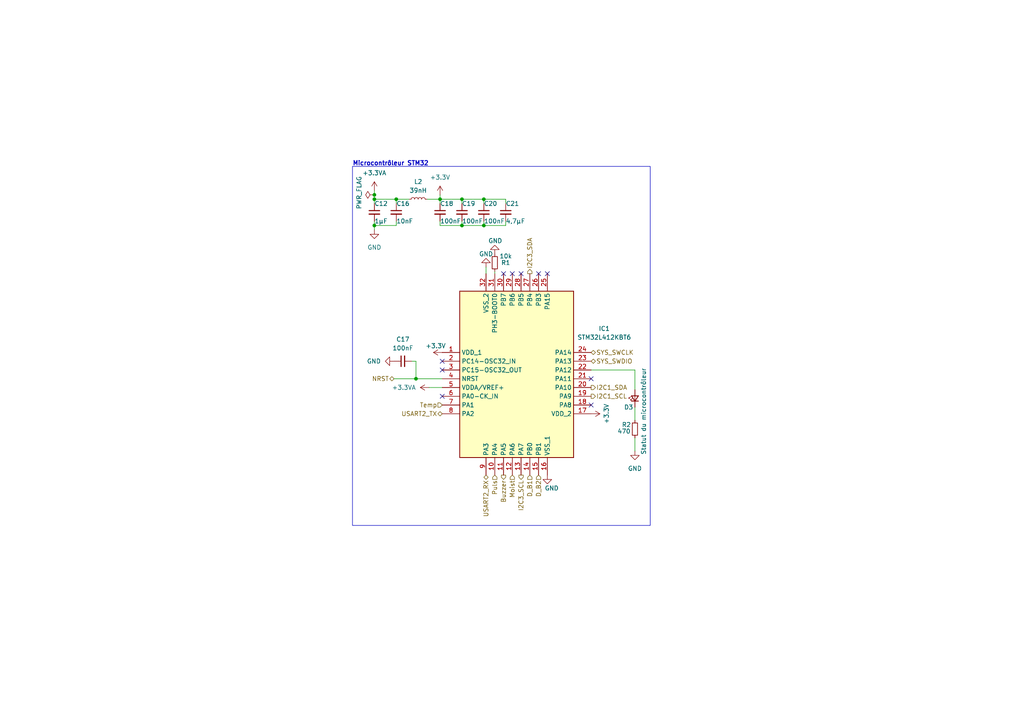
<source format=kicad_sch>
(kicad_sch (version 20230121) (generator eeschema)

  (uuid 4d40a829-63b4-41d1-8215-d14342db7aad)

  (paper "A4")

  (lib_symbols
    (symbol "Device:C_Small" (pin_numbers hide) (pin_names (offset 0.254) hide) (in_bom yes) (on_board yes)
      (property "Reference" "C" (at 0.254 1.778 0)
        (effects (font (size 1.27 1.27)) (justify left))
      )
      (property "Value" "C_Small" (at 0.254 -2.032 0)
        (effects (font (size 1.27 1.27)) (justify left))
      )
      (property "Footprint" "" (at 0 0 0)
        (effects (font (size 1.27 1.27)) hide)
      )
      (property "Datasheet" "~" (at 0 0 0)
        (effects (font (size 1.27 1.27)) hide)
      )
      (property "ki_keywords" "capacitor cap" (at 0 0 0)
        (effects (font (size 1.27 1.27)) hide)
      )
      (property "ki_description" "Unpolarized capacitor, small symbol" (at 0 0 0)
        (effects (font (size 1.27 1.27)) hide)
      )
      (property "ki_fp_filters" "C_*" (at 0 0 0)
        (effects (font (size 1.27 1.27)) hide)
      )
      (symbol "C_Small_0_1"
        (polyline
          (pts
            (xy -1.524 -0.508)
            (xy 1.524 -0.508)
          )
          (stroke (width 0.3302) (type default))
          (fill (type none))
        )
        (polyline
          (pts
            (xy -1.524 0.508)
            (xy 1.524 0.508)
          )
          (stroke (width 0.3048) (type default))
          (fill (type none))
        )
      )
      (symbol "C_Small_1_1"
        (pin passive line (at 0 2.54 270) (length 2.032)
          (name "~" (effects (font (size 1.27 1.27))))
          (number "1" (effects (font (size 1.27 1.27))))
        )
        (pin passive line (at 0 -2.54 90) (length 2.032)
          (name "~" (effects (font (size 1.27 1.27))))
          (number "2" (effects (font (size 1.27 1.27))))
        )
      )
    )
    (symbol "Device:LED_Small" (pin_numbers hide) (pin_names (offset 0.254) hide) (in_bom yes) (on_board yes)
      (property "Reference" "D" (at -1.27 3.175 0)
        (effects (font (size 1.27 1.27)) (justify left))
      )
      (property "Value" "LED_Small" (at -4.445 -2.54 0)
        (effects (font (size 1.27 1.27)) (justify left))
      )
      (property "Footprint" "" (at 0 0 90)
        (effects (font (size 1.27 1.27)) hide)
      )
      (property "Datasheet" "~" (at 0 0 90)
        (effects (font (size 1.27 1.27)) hide)
      )
      (property "ki_keywords" "LED diode light-emitting-diode" (at 0 0 0)
        (effects (font (size 1.27 1.27)) hide)
      )
      (property "ki_description" "Light emitting diode, small symbol" (at 0 0 0)
        (effects (font (size 1.27 1.27)) hide)
      )
      (property "ki_fp_filters" "LED* LED_SMD:* LED_THT:*" (at 0 0 0)
        (effects (font (size 1.27 1.27)) hide)
      )
      (symbol "LED_Small_0_1"
        (polyline
          (pts
            (xy -0.762 -1.016)
            (xy -0.762 1.016)
          )
          (stroke (width 0.254) (type default))
          (fill (type none))
        )
        (polyline
          (pts
            (xy 1.016 0)
            (xy -0.762 0)
          )
          (stroke (width 0) (type default))
          (fill (type none))
        )
        (polyline
          (pts
            (xy 0.762 -1.016)
            (xy -0.762 0)
            (xy 0.762 1.016)
            (xy 0.762 -1.016)
          )
          (stroke (width 0.254) (type default))
          (fill (type none))
        )
        (polyline
          (pts
            (xy 0 0.762)
            (xy -0.508 1.27)
            (xy -0.254 1.27)
            (xy -0.508 1.27)
            (xy -0.508 1.016)
          )
          (stroke (width 0) (type default))
          (fill (type none))
        )
        (polyline
          (pts
            (xy 0.508 1.27)
            (xy 0 1.778)
            (xy 0.254 1.778)
            (xy 0 1.778)
            (xy 0 1.524)
          )
          (stroke (width 0) (type default))
          (fill (type none))
        )
      )
      (symbol "LED_Small_1_1"
        (pin passive line (at -2.54 0 0) (length 1.778)
          (name "K" (effects (font (size 1.27 1.27))))
          (number "1" (effects (font (size 1.27 1.27))))
        )
        (pin passive line (at 2.54 0 180) (length 1.778)
          (name "A" (effects (font (size 1.27 1.27))))
          (number "2" (effects (font (size 1.27 1.27))))
        )
      )
    )
    (symbol "Device:L_Small" (pin_numbers hide) (pin_names (offset 0.254) hide) (in_bom yes) (on_board yes)
      (property "Reference" "L" (at 0.762 1.016 0)
        (effects (font (size 1.27 1.27)) (justify left))
      )
      (property "Value" "L_Small" (at 0.762 -1.016 0)
        (effects (font (size 1.27 1.27)) (justify left))
      )
      (property "Footprint" "" (at 0 0 0)
        (effects (font (size 1.27 1.27)) hide)
      )
      (property "Datasheet" "~" (at 0 0 0)
        (effects (font (size 1.27 1.27)) hide)
      )
      (property "ki_keywords" "inductor choke coil reactor magnetic" (at 0 0 0)
        (effects (font (size 1.27 1.27)) hide)
      )
      (property "ki_description" "Inductor, small symbol" (at 0 0 0)
        (effects (font (size 1.27 1.27)) hide)
      )
      (property "ki_fp_filters" "Choke_* *Coil* Inductor_* L_*" (at 0 0 0)
        (effects (font (size 1.27 1.27)) hide)
      )
      (symbol "L_Small_0_1"
        (arc (start 0 -2.032) (mid 0.5058 -1.524) (end 0 -1.016)
          (stroke (width 0) (type default))
          (fill (type none))
        )
        (arc (start 0 -1.016) (mid 0.5058 -0.508) (end 0 0)
          (stroke (width 0) (type default))
          (fill (type none))
        )
        (arc (start 0 0) (mid 0.5058 0.508) (end 0 1.016)
          (stroke (width 0) (type default))
          (fill (type none))
        )
        (arc (start 0 1.016) (mid 0.5058 1.524) (end 0 2.032)
          (stroke (width 0) (type default))
          (fill (type none))
        )
      )
      (symbol "L_Small_1_1"
        (pin passive line (at 0 2.54 270) (length 0.508)
          (name "~" (effects (font (size 1.27 1.27))))
          (number "1" (effects (font (size 1.27 1.27))))
        )
        (pin passive line (at 0 -2.54 90) (length 0.508)
          (name "~" (effects (font (size 1.27 1.27))))
          (number "2" (effects (font (size 1.27 1.27))))
        )
      )
    )
    (symbol "Device:R_Small" (pin_numbers hide) (pin_names (offset 0.254) hide) (in_bom yes) (on_board yes)
      (property "Reference" "R" (at 0.762 0.508 0)
        (effects (font (size 1.27 1.27)) (justify left))
      )
      (property "Value" "R_Small" (at 0.762 -1.016 0)
        (effects (font (size 1.27 1.27)) (justify left))
      )
      (property "Footprint" "" (at 0 0 0)
        (effects (font (size 1.27 1.27)) hide)
      )
      (property "Datasheet" "~" (at 0 0 0)
        (effects (font (size 1.27 1.27)) hide)
      )
      (property "ki_keywords" "R resistor" (at 0 0 0)
        (effects (font (size 1.27 1.27)) hide)
      )
      (property "ki_description" "Resistor, small symbol" (at 0 0 0)
        (effects (font (size 1.27 1.27)) hide)
      )
      (property "ki_fp_filters" "R_*" (at 0 0 0)
        (effects (font (size 1.27 1.27)) hide)
      )
      (symbol "R_Small_0_1"
        (rectangle (start -0.762 1.778) (end 0.762 -1.778)
          (stroke (width 0.2032) (type default))
          (fill (type none))
        )
      )
      (symbol "R_Small_1_1"
        (pin passive line (at 0 2.54 270) (length 0.762)
          (name "~" (effects (font (size 1.27 1.27))))
          (number "1" (effects (font (size 1.27 1.27))))
        )
        (pin passive line (at 0 -2.54 90) (length 0.762)
          (name "~" (effects (font (size 1.27 1.27))))
          (number "2" (effects (font (size 1.27 1.27))))
        )
      )
    )
    (symbol "STM32L412KBT6_1" (in_bom yes) (on_board yes)
      (property "Reference" "IC" (at 39.37 22.86 0)
        (effects (font (size 1.27 1.27)) (justify left top))
      )
      (property "Value" "STM32L412KBT6" (at 39.37 20.32 0)
        (effects (font (size 1.27 1.27)) (justify left top))
      )
      (property "Footprint" "QFP80P900X900X160-32N" (at 39.37 -79.68 0)
        (effects (font (size 1.27 1.27)) (justify left top) hide)
      )
      (property "Datasheet" "" (at 39.37 -179.68 0)
        (effects (font (size 1.27 1.27)) (justify left top) hide)
      )
      (property "Height" "1.6" (at 39.37 -379.68 0)
        (effects (font (size 1.27 1.27)) (justify left top) hide)
      )
      (property "Mouser Part Number" "511-STM32L412KBT6" (at 39.37 -479.68 0)
        (effects (font (size 1.27 1.27)) (justify left top) hide)
      )
      (property "Mouser Price/Stock" "https://www.mouser.co.uk/ProductDetail/STMicroelectronics/STM32L412KBT6?qs=%252BEew9%252B0nqrD6o08jV%2F00TA%3D%3D" (at 39.37 -579.68 0)
        (effects (font (size 1.27 1.27)) (justify left top) hide)
      )
      (property "Manufacturer_Name" "STMicroelectronics" (at 39.37 -679.68 0)
        (effects (font (size 1.27 1.27)) (justify left top) hide)
      )
      (property "Manufacturer_Part_Number" "STM32L412KBT6" (at 39.37 -779.68 0)
        (effects (font (size 1.27 1.27)) (justify left top) hide)
      )
      (property "ki_description" "ARM Microcontrollers - MCU Ultra-low-power Arm Cortex -M4 32-bit MCU+FPU, 100DMIPS up to 128KB Flash, 40KB SRAM, analog, ext. SMPS" (at 0 0 0)
        (effects (font (size 1.27 1.27)) hide)
      )
      (symbol "STM32L412KBT6_1_1_1"
        (rectangle (start 5.08 17.78) (end 38.1 -30.48)
          (stroke (width 0.254) (type default))
          (fill (type background))
        )
        (pin power_in line (at 0 0 0) (length 5.08)
          (name "VDD_1" (effects (font (size 1.27 1.27))))
          (number "1" (effects (font (size 1.27 1.27))))
        )
        (pin bidirectional line (at 15.24 -35.56 90) (length 5.08)
          (name "PA4" (effects (font (size 1.27 1.27))))
          (number "10" (effects (font (size 1.27 1.27))))
        )
        (pin bidirectional line (at 17.78 -35.56 90) (length 5.08)
          (name "PA5" (effects (font (size 1.27 1.27))))
          (number "11" (effects (font (size 1.27 1.27))))
        )
        (pin bidirectional line (at 20.32 -35.56 90) (length 5.08)
          (name "PA6" (effects (font (size 1.27 1.27))))
          (number "12" (effects (font (size 1.27 1.27))))
        )
        (pin bidirectional line (at 22.86 -35.56 90) (length 5.08)
          (name "PA7" (effects (font (size 1.27 1.27))))
          (number "13" (effects (font (size 1.27 1.27))))
        )
        (pin bidirectional line (at 25.4 -35.56 90) (length 5.08)
          (name "PB0" (effects (font (size 1.27 1.27))))
          (number "14" (effects (font (size 1.27 1.27))))
        )
        (pin bidirectional line (at 27.94 -35.56 90) (length 5.08)
          (name "PB1" (effects (font (size 1.27 1.27))))
          (number "15" (effects (font (size 1.27 1.27))))
        )
        (pin power_in line (at 30.48 -35.56 90) (length 5.08)
          (name "VSS_1" (effects (font (size 1.27 1.27))))
          (number "16" (effects (font (size 1.27 1.27))))
        )
        (pin power_in line (at 43.18 -17.78 180) (length 5.08)
          (name "VDD_2" (effects (font (size 1.27 1.27))))
          (number "17" (effects (font (size 1.27 1.27))))
        )
        (pin bidirectional line (at 43.18 -15.24 180) (length 5.08)
          (name "PA8" (effects (font (size 1.27 1.27))))
          (number "18" (effects (font (size 1.27 1.27))))
        )
        (pin bidirectional line (at 43.18 -12.7 180) (length 5.08)
          (name "PA9" (effects (font (size 1.27 1.27))))
          (number "19" (effects (font (size 1.27 1.27))))
        )
        (pin bidirectional line (at 0 -2.54 0) (length 5.08)
          (name "PC14-OSC32_IN" (effects (font (size 1.27 1.27))))
          (number "2" (effects (font (size 1.27 1.27))))
        )
        (pin bidirectional line (at 43.18 -10.16 180) (length 5.08)
          (name "PA10" (effects (font (size 1.27 1.27))))
          (number "20" (effects (font (size 1.27 1.27))))
        )
        (pin bidirectional line (at 43.18 -7.62 180) (length 5.08)
          (name "PA11" (effects (font (size 1.27 1.27))))
          (number "21" (effects (font (size 1.27 1.27))))
        )
        (pin bidirectional line (at 43.18 -5.08 180) (length 5.08)
          (name "PA12" (effects (font (size 1.27 1.27))))
          (number "22" (effects (font (size 1.27 1.27))))
        )
        (pin bidirectional line (at 43.18 -2.54 180) (length 5.08)
          (name "PA13" (effects (font (size 1.27 1.27))))
          (number "23" (effects (font (size 1.27 1.27))))
        )
        (pin bidirectional line (at 43.18 0 180) (length 5.08)
          (name "PA14" (effects (font (size 1.27 1.27))))
          (number "24" (effects (font (size 1.27 1.27))))
        )
        (pin bidirectional line (at 30.48 22.86 270) (length 5.08)
          (name "PA15" (effects (font (size 1.27 1.27))))
          (number "25" (effects (font (size 1.27 1.27))))
        )
        (pin bidirectional line (at 27.94 22.86 270) (length 5.08)
          (name "PB3" (effects (font (size 1.27 1.27))))
          (number "26" (effects (font (size 1.27 1.27))))
        )
        (pin bidirectional line (at 25.4 22.86 270) (length 5.08)
          (name "PB4" (effects (font (size 1.27 1.27))))
          (number "27" (effects (font (size 1.27 1.27))))
        )
        (pin bidirectional line (at 22.86 22.86 270) (length 5.08)
          (name "PB5" (effects (font (size 1.27 1.27))))
          (number "28" (effects (font (size 1.27 1.27))))
        )
        (pin bidirectional line (at 20.32 22.86 270) (length 5.08)
          (name "PB6" (effects (font (size 1.27 1.27))))
          (number "29" (effects (font (size 1.27 1.27))))
        )
        (pin bidirectional line (at 0 -5.08 0) (length 5.08)
          (name "PC15-OSC32_OUT" (effects (font (size 1.27 1.27))))
          (number "3" (effects (font (size 1.27 1.27))))
        )
        (pin bidirectional line (at 17.78 22.86 270) (length 5.08)
          (name "PB7" (effects (font (size 1.27 1.27))))
          (number "30" (effects (font (size 1.27 1.27))))
        )
        (pin bidirectional line (at 15.24 22.86 270) (length 5.08)
          (name "PH3-BOOT0" (effects (font (size 1.27 1.27))))
          (number "31" (effects (font (size 1.27 1.27))))
        )
        (pin power_in line (at 12.7 22.86 270) (length 5.08)
          (name "VSS_2" (effects (font (size 1.27 1.27))))
          (number "32" (effects (font (size 1.27 1.27))))
        )
        (pin input line (at 0 -7.62 0) (length 5.08)
          (name "NRST" (effects (font (size 1.27 1.27))))
          (number "4" (effects (font (size 1.27 1.27))))
        )
        (pin power_in line (at 0 -10.16 0) (length 5.08)
          (name "VDDA/VREF+" (effects (font (size 1.27 1.27))))
          (number "5" (effects (font (size 1.27 1.27))))
        )
        (pin bidirectional line (at 0 -12.7 0) (length 5.08)
          (name "PA0-CK_IN" (effects (font (size 1.27 1.27))))
          (number "6" (effects (font (size 1.27 1.27))))
        )
        (pin bidirectional line (at 0 -15.24 0) (length 5.08)
          (name "PA1" (effects (font (size 1.27 1.27))))
          (number "7" (effects (font (size 1.27 1.27))))
        )
        (pin bidirectional line (at 0 -17.78 0) (length 5.08)
          (name "PA2" (effects (font (size 1.27 1.27))))
          (number "8" (effects (font (size 1.27 1.27))))
        )
        (pin bidirectional line (at 12.7 -35.56 90) (length 5.08)
          (name "PA3" (effects (font (size 1.27 1.27))))
          (number "9" (effects (font (size 1.27 1.27))))
        )
      )
    )
    (symbol "power:+3.3V" (power) (pin_names (offset 0)) (in_bom yes) (on_board yes)
      (property "Reference" "#PWR" (at 0 -3.81 0)
        (effects (font (size 1.27 1.27)) hide)
      )
      (property "Value" "+3.3V" (at 0 3.556 0)
        (effects (font (size 1.27 1.27)))
      )
      (property "Footprint" "" (at 0 0 0)
        (effects (font (size 1.27 1.27)) hide)
      )
      (property "Datasheet" "" (at 0 0 0)
        (effects (font (size 1.27 1.27)) hide)
      )
      (property "ki_keywords" "global power" (at 0 0 0)
        (effects (font (size 1.27 1.27)) hide)
      )
      (property "ki_description" "Power symbol creates a global label with name \"+3.3V\"" (at 0 0 0)
        (effects (font (size 1.27 1.27)) hide)
      )
      (symbol "+3.3V_0_1"
        (polyline
          (pts
            (xy -0.762 1.27)
            (xy 0 2.54)
          )
          (stroke (width 0) (type default))
          (fill (type none))
        )
        (polyline
          (pts
            (xy 0 0)
            (xy 0 2.54)
          )
          (stroke (width 0) (type default))
          (fill (type none))
        )
        (polyline
          (pts
            (xy 0 2.54)
            (xy 0.762 1.27)
          )
          (stroke (width 0) (type default))
          (fill (type none))
        )
      )
      (symbol "+3.3V_1_1"
        (pin power_in line (at 0 0 90) (length 0) hide
          (name "+3.3V" (effects (font (size 1.27 1.27))))
          (number "1" (effects (font (size 1.27 1.27))))
        )
      )
    )
    (symbol "power:+3.3VA" (power) (pin_names (offset 0)) (in_bom yes) (on_board yes)
      (property "Reference" "#PWR" (at 0 -3.81 0)
        (effects (font (size 1.27 1.27)) hide)
      )
      (property "Value" "+3.3VA" (at 0 3.556 0)
        (effects (font (size 1.27 1.27)))
      )
      (property "Footprint" "" (at 0 0 0)
        (effects (font (size 1.27 1.27)) hide)
      )
      (property "Datasheet" "" (at 0 0 0)
        (effects (font (size 1.27 1.27)) hide)
      )
      (property "ki_keywords" "global power" (at 0 0 0)
        (effects (font (size 1.27 1.27)) hide)
      )
      (property "ki_description" "Power symbol creates a global label with name \"+3.3VA\"" (at 0 0 0)
        (effects (font (size 1.27 1.27)) hide)
      )
      (symbol "+3.3VA_0_1"
        (polyline
          (pts
            (xy -0.762 1.27)
            (xy 0 2.54)
          )
          (stroke (width 0) (type default))
          (fill (type none))
        )
        (polyline
          (pts
            (xy 0 0)
            (xy 0 2.54)
          )
          (stroke (width 0) (type default))
          (fill (type none))
        )
        (polyline
          (pts
            (xy 0 2.54)
            (xy 0.762 1.27)
          )
          (stroke (width 0) (type default))
          (fill (type none))
        )
      )
      (symbol "+3.3VA_1_1"
        (pin power_in line (at 0 0 90) (length 0) hide
          (name "+3.3VA" (effects (font (size 1.27 1.27))))
          (number "1" (effects (font (size 1.27 1.27))))
        )
      )
    )
    (symbol "power:GND" (power) (pin_names (offset 0)) (in_bom yes) (on_board yes)
      (property "Reference" "#PWR" (at 0 -6.35 0)
        (effects (font (size 1.27 1.27)) hide)
      )
      (property "Value" "GND" (at 0 -3.81 0)
        (effects (font (size 1.27 1.27)))
      )
      (property "Footprint" "" (at 0 0 0)
        (effects (font (size 1.27 1.27)) hide)
      )
      (property "Datasheet" "" (at 0 0 0)
        (effects (font (size 1.27 1.27)) hide)
      )
      (property "ki_keywords" "global power" (at 0 0 0)
        (effects (font (size 1.27 1.27)) hide)
      )
      (property "ki_description" "Power symbol creates a global label with name \"GND\" , ground" (at 0 0 0)
        (effects (font (size 1.27 1.27)) hide)
      )
      (symbol "GND_0_1"
        (polyline
          (pts
            (xy 0 0)
            (xy 0 -1.27)
            (xy 1.27 -1.27)
            (xy 0 -2.54)
            (xy -1.27 -1.27)
            (xy 0 -1.27)
          )
          (stroke (width 0) (type default))
          (fill (type none))
        )
      )
      (symbol "GND_1_1"
        (pin power_in line (at 0 0 270) (length 0) hide
          (name "GND" (effects (font (size 1.27 1.27))))
          (number "1" (effects (font (size 1.27 1.27))))
        )
      )
    )
    (symbol "power:PWR_FLAG" (power) (pin_numbers hide) (pin_names (offset 0) hide) (in_bom yes) (on_board yes)
      (property "Reference" "#FLG" (at 0 1.905 0)
        (effects (font (size 1.27 1.27)) hide)
      )
      (property "Value" "PWR_FLAG" (at 0 3.81 0)
        (effects (font (size 1.27 1.27)))
      )
      (property "Footprint" "" (at 0 0 0)
        (effects (font (size 1.27 1.27)) hide)
      )
      (property "Datasheet" "~" (at 0 0 0)
        (effects (font (size 1.27 1.27)) hide)
      )
      (property "ki_keywords" "flag power" (at 0 0 0)
        (effects (font (size 1.27 1.27)) hide)
      )
      (property "ki_description" "Special symbol for telling ERC where power comes from" (at 0 0 0)
        (effects (font (size 1.27 1.27)) hide)
      )
      (symbol "PWR_FLAG_0_0"
        (pin power_out line (at 0 0 90) (length 0)
          (name "pwr" (effects (font (size 1.27 1.27))))
          (number "1" (effects (font (size 1.27 1.27))))
        )
      )
      (symbol "PWR_FLAG_0_1"
        (polyline
          (pts
            (xy 0 0)
            (xy 0 1.27)
            (xy -1.016 1.905)
            (xy 0 2.54)
            (xy 1.016 1.905)
            (xy 0 1.27)
          )
          (stroke (width 0) (type default))
          (fill (type none))
        )
      )
    )
  )

  (junction (at 140.335 57.785) (diameter 0) (color 0 0 0 0)
    (uuid 0af2c2a9-cd81-4ba3-bb42-7662747c3105)
  )
  (junction (at 140.335 65.405) (diameter 0) (color 0 0 0 0)
    (uuid 1b4fff2c-74a6-4242-8803-dbe0e70c268d)
  )
  (junction (at 108.585 57.785) (diameter 0) (color 0 0 0 0)
    (uuid 1f6c1f0d-7a20-4f89-9770-62624daab615)
  )
  (junction (at 133.985 57.785) (diameter 0) (color 0 0 0 0)
    (uuid 28dc9cc1-a229-4cc2-9d72-6cbcb91b0ab5)
  )
  (junction (at 114.935 57.785) (diameter 0) (color 0 0 0 0)
    (uuid 4eafef46-a810-4861-9622-eff717fd27d2)
  )
  (junction (at 108.585 56.515) (diameter 0) (color 0 0 0 0)
    (uuid 6dc8c093-d9c5-4009-8720-e13c3f6f42fe)
  )
  (junction (at 127.635 57.785) (diameter 0) (color 0 0 0 0)
    (uuid 856e96f9-acf7-4b88-b3d6-d889a3464ef4)
  )
  (junction (at 108.585 65.405) (diameter 0) (color 0 0 0 0)
    (uuid ab698a15-b796-4cba-93a6-3a0462835f2f)
  )
  (junction (at 133.985 65.405) (diameter 0) (color 0 0 0 0)
    (uuid dfd2bde3-8d91-4d5f-b9cc-479998e19527)
  )
  (junction (at 120.65 109.855) (diameter 0) (color 0 0 0 0)
    (uuid f3c22c4c-d8a6-472f-8022-6b49651d52db)
  )

  (no_connect (at 156.21 79.375) (uuid 00b80e44-bf30-44f2-ab08-c9ccdf001968))
  (no_connect (at 128.27 104.775) (uuid 0ca7a6ee-9c4e-4e4e-beb8-c55414c236ba))
  (no_connect (at 158.75 79.375) (uuid 206c9867-97e8-4641-909d-0e81fec11cdf))
  (no_connect (at 171.45 117.475) (uuid 4da28b08-1158-42f0-aa00-9cfe7138b357))
  (no_connect (at 128.27 114.935) (uuid 51afbf7c-d9c0-46cb-b28e-16527021c49d))
  (no_connect (at 151.13 79.375) (uuid 526177ef-641e-4874-983b-23ac2feede7d))
  (no_connect (at 128.27 107.315) (uuid b4487605-22b7-4094-9d14-462bbeb714cc))
  (no_connect (at 146.05 79.375) (uuid c4e0a56a-3fb0-4615-9e79-3db6c2b08000))
  (no_connect (at 148.59 79.375) (uuid dcb86dba-eb47-4f40-ba9c-ca9818f25d54))
  (no_connect (at 171.45 109.855) (uuid f062a3d5-3ce2-4aaa-b3e5-1df5c994f3b3))

  (wire (pts (xy 108.585 56.515) (xy 108.585 57.785))
    (stroke (width 0) (type default))
    (uuid 06dca4eb-8ff1-41a7-90ad-dc3c5311a453)
  )
  (wire (pts (xy 119.38 104.775) (xy 120.65 104.775))
    (stroke (width 0) (type default))
    (uuid 0ed21c87-1527-48b1-928b-158e1977a350)
  )
  (wire (pts (xy 143.51 78.74) (xy 143.51 79.375))
    (stroke (width 0) (type default))
    (uuid 1575103c-0bde-4250-bf8f-a4ccbb34ff69)
  )
  (wire (pts (xy 140.335 57.785) (xy 146.685 57.785))
    (stroke (width 0) (type default))
    (uuid 20594442-e458-4b0f-8655-fe94785bf882)
  )
  (wire (pts (xy 127.635 57.785) (xy 127.635 56.515))
    (stroke (width 0) (type default))
    (uuid 2a99b65b-da94-49d1-bf11-fe429f292732)
  )
  (wire (pts (xy 140.97 77.47) (xy 140.97 79.375))
    (stroke (width 0) (type default))
    (uuid 2ee0124b-0e35-4da6-8c08-1579f0df6fe0)
  )
  (wire (pts (xy 184.15 107.315) (xy 184.15 113.03))
    (stroke (width 0) (type default))
    (uuid 384d6529-3ba8-47cc-81bd-0e0ae1a9336a)
  )
  (wire (pts (xy 108.585 57.785) (xy 108.585 59.055))
    (stroke (width 0) (type default))
    (uuid 3a83a698-bc55-440f-80e7-c854bcf372af)
  )
  (wire (pts (xy 184.15 118.11) (xy 184.15 121.92))
    (stroke (width 0) (type default))
    (uuid 6015903a-44c0-43ee-b45a-eded3c7a43ab)
  )
  (wire (pts (xy 146.685 65.405) (xy 140.335 65.405))
    (stroke (width 0) (type default))
    (uuid 617070a5-77c0-40e3-b0a6-7cee819702bc)
  )
  (wire (pts (xy 146.685 59.055) (xy 146.685 57.785))
    (stroke (width 0) (type default))
    (uuid 62626d72-a07f-4b1c-a678-2aa74658908d)
  )
  (wire (pts (xy 133.985 57.785) (xy 133.985 59.055))
    (stroke (width 0) (type default))
    (uuid 6285264e-3f39-4b5a-91b0-b6ab4abb107e)
  )
  (wire (pts (xy 146.685 64.135) (xy 146.685 65.405))
    (stroke (width 0) (type default))
    (uuid 71b1abcd-12fd-4857-bb39-026baeb78933)
  )
  (wire (pts (xy 124.46 112.395) (xy 128.27 112.395))
    (stroke (width 0) (type default))
    (uuid 7249f6f6-63c8-4243-a8fa-94cbff5e96f0)
  )
  (wire (pts (xy 133.985 57.785) (xy 127.635 57.785))
    (stroke (width 0) (type default))
    (uuid 73139691-81f2-4cdc-85f9-14be8e112235)
  )
  (wire (pts (xy 108.585 55.245) (xy 108.585 56.515))
    (stroke (width 0) (type default))
    (uuid 788532e5-69f0-4b83-85c2-4746c3f3b21d)
  )
  (wire (pts (xy 108.585 65.405) (xy 108.585 66.675))
    (stroke (width 0) (type default))
    (uuid 8387ab8a-6c44-4d8f-b744-3615af4c32ec)
  )
  (wire (pts (xy 140.335 57.785) (xy 133.985 57.785))
    (stroke (width 0) (type default))
    (uuid 861ee806-9a62-4bfd-b3c1-cfb7293042f7)
  )
  (wire (pts (xy 108.585 64.135) (xy 108.585 65.405))
    (stroke (width 0) (type default))
    (uuid 8894d2c0-1462-4dc7-9040-565330d1c990)
  )
  (wire (pts (xy 133.985 65.405) (xy 133.985 64.135))
    (stroke (width 0) (type default))
    (uuid 8b993472-7071-407d-a8a4-85b11a5dff82)
  )
  (wire (pts (xy 140.335 57.785) (xy 140.335 59.055))
    (stroke (width 0) (type default))
    (uuid 8e7b8086-f021-4aa4-b6a4-f49c0839a4b7)
  )
  (wire (pts (xy 133.985 65.405) (xy 140.335 65.405))
    (stroke (width 0) (type default))
    (uuid 926ef838-90a9-4184-984c-169c1498546c)
  )
  (wire (pts (xy 140.335 65.405) (xy 140.335 64.135))
    (stroke (width 0) (type default))
    (uuid 97cc6a69-1122-4080-b612-fa6de8362ad9)
  )
  (wire (pts (xy 114.935 64.135) (xy 114.935 65.405))
    (stroke (width 0) (type default))
    (uuid a7d55d45-781e-4c9f-ad7e-323f04b4a0a8)
  )
  (wire (pts (xy 114.935 57.785) (xy 118.745 57.785))
    (stroke (width 0) (type default))
    (uuid a9a9a55b-0992-41d0-b0b0-967a6d0c9dba)
  )
  (wire (pts (xy 114.935 65.405) (xy 108.585 65.405))
    (stroke (width 0) (type default))
    (uuid abee6c8f-d060-4300-af5f-aa95748cc0f9)
  )
  (wire (pts (xy 114.935 57.785) (xy 114.935 59.055))
    (stroke (width 0) (type default))
    (uuid ac6f79ad-09dd-4093-876c-682ddc4e27c0)
  )
  (wire (pts (xy 120.65 109.855) (xy 128.27 109.855))
    (stroke (width 0) (type default))
    (uuid b8c9cc4c-9c3f-4fdd-8442-7bd6131e1357)
  )
  (wire (pts (xy 123.825 57.785) (xy 127.635 57.785))
    (stroke (width 0) (type default))
    (uuid bf929b76-1f1d-4786-a164-1c9250dada47)
  )
  (wire (pts (xy 184.15 127) (xy 184.15 130.81))
    (stroke (width 0) (type default))
    (uuid d40d3174-7063-4798-89b3-3f955ae5eb6d)
  )
  (wire (pts (xy 127.635 65.405) (xy 127.635 64.135))
    (stroke (width 0) (type default))
    (uuid dbfb639a-6877-4292-b4d1-af250348b4b8)
  )
  (wire (pts (xy 127.635 57.785) (xy 127.635 59.055))
    (stroke (width 0) (type default))
    (uuid e07efdba-0faa-4535-adfb-66b8fe954030)
  )
  (wire (pts (xy 127.635 65.405) (xy 133.985 65.405))
    (stroke (width 0) (type default))
    (uuid e2fcdc8f-e003-4b52-b5a7-b7e1d98de297)
  )
  (wire (pts (xy 171.45 107.315) (xy 184.15 107.315))
    (stroke (width 0) (type default))
    (uuid e482ca80-9092-48d5-a80a-77617ebe2f0c)
  )
  (wire (pts (xy 120.65 104.775) (xy 120.65 109.855))
    (stroke (width 0) (type default))
    (uuid e8099a3a-e5a2-4cb1-a575-97a78710db6d)
  )
  (wire (pts (xy 114.3 109.855) (xy 120.65 109.855))
    (stroke (width 0) (type default))
    (uuid f319c7e4-6f68-42e0-8421-846a196b3605)
  )
  (wire (pts (xy 108.585 57.785) (xy 114.935 57.785))
    (stroke (width 0) (type default))
    (uuid fe07885e-af29-45ab-a0a7-20d48e21922c)
  )

  (rectangle (start 102.235 48.26) (end 188.595 152.4)
    (stroke (width 0) (type default))
    (fill (type none))
    (uuid 199106aa-4aba-4190-996f-e4cb166344b5)
  )

  (text "Microcontrôleur STM32" (at 102.235 48.26 0)
    (effects (font (size 1.27 1.27) (thickness 0.254) bold) (justify left bottom))
    (uuid d32b53c4-4f5c-4b49-b07a-e2a5c1814a02)
  )

  (hierarchical_label "Buzzer" (shape output) (at 146.05 137.795 270) (fields_autoplaced)
    (effects (font (size 1.27 1.27)) (justify right))
    (uuid 067e0d92-9483-4fba-a602-517f3eb78905)
  )
  (hierarchical_label "I2C1_SCL" (shape output) (at 171.45 114.935 0) (fields_autoplaced)
    (effects (font (size 1.27 1.27)) (justify left))
    (uuid 079fcaee-4419-4c64-8af0-6fa50854af21)
  )
  (hierarchical_label "Temp" (shape input) (at 128.27 117.475 180) (fields_autoplaced)
    (effects (font (size 1.27 1.27)) (justify right))
    (uuid 10c6b9d6-ac13-4c17-8642-0e47a4238e1b)
  )
  (hierarchical_label "NRST" (shape bidirectional) (at 114.3 109.855 180) (fields_autoplaced)
    (effects (font (size 1.27 1.27)) (justify right))
    (uuid 22505ddb-bb87-40b4-8aba-a6d57e835f77)
  )
  (hierarchical_label "SYS_SWCLK" (shape bidirectional) (at 171.45 102.235 0) (fields_autoplaced)
    (effects (font (size 1.27 1.27)) (justify left))
    (uuid 45f854cb-3380-4648-b1bc-c4ba6fc7c79d)
  )
  (hierarchical_label "I2C3_SCL" (shape output) (at 151.13 137.795 270) (fields_autoplaced)
    (effects (font (size 1.27 1.27)) (justify right))
    (uuid 6250c144-504b-48b4-aaa7-bcd9a33d50e0)
  )
  (hierarchical_label "SYS_SWDIO" (shape bidirectional) (at 171.45 104.775 0) (fields_autoplaced)
    (effects (font (size 1.27 1.27)) (justify left))
    (uuid 6afb4de9-e243-4faf-8279-f3a8e3060542)
  )
  (hierarchical_label "D_B2" (shape input) (at 156.21 137.795 270) (fields_autoplaced)
    (effects (font (size 1.27 1.27)) (justify right))
    (uuid 80745665-1e87-4bad-bd62-7759dbcff9f4)
  )
  (hierarchical_label "D_B1" (shape input) (at 153.67 137.795 270) (fields_autoplaced)
    (effects (font (size 1.27 1.27)) (justify right))
    (uuid 90ca7ec1-8577-4143-a132-3c911f0bb57f)
  )
  (hierarchical_label "USART2_RX" (shape bidirectional) (at 140.97 137.795 270) (fields_autoplaced)
    (effects (font (size 1.27 1.27)) (justify right))
    (uuid b3628fc9-cba9-4805-aa16-a645c89499d8)
  )
  (hierarchical_label "Moist" (shape input) (at 148.59 137.795 270) (fields_autoplaced)
    (effects (font (size 1.27 1.27)) (justify right))
    (uuid c2612cff-91e2-47b2-9e07-5b684410c3f3)
  )
  (hierarchical_label "USART2_TX" (shape bidirectional) (at 128.27 120.015 180) (fields_autoplaced)
    (effects (font (size 1.27 1.27)) (justify right))
    (uuid cc85c0e2-da90-4291-91a2-e2656592c566)
  )
  (hierarchical_label "I2C3_SDA" (shape output) (at 153.67 79.375 90) (fields_autoplaced)
    (effects (font (size 1.27 1.27)) (justify left))
    (uuid d70b706b-cfc5-4b29-831b-9ce23b21292a)
  )
  (hierarchical_label "I2C1_SDA" (shape output) (at 171.45 112.395 0) (fields_autoplaced)
    (effects (font (size 1.27 1.27)) (justify left))
    (uuid e0cca89c-8d54-4b9b-8913-0b9cb4505f7b)
  )
  (hierarchical_label "Puls" (shape input) (at 143.51 137.795 270) (fields_autoplaced)
    (effects (font (size 1.27 1.27)) (justify right))
    (uuid fa92202c-4384-4968-97df-83076ad399dd)
  )

  (symbol (lib_id "Device:C_Small") (at 116.84 104.775 90) (unit 1)
    (in_bom yes) (on_board yes) (dnp no) (fields_autoplaced)
    (uuid 02869473-c66e-424e-a251-d24976121f2f)
    (property "Reference" "C17" (at 116.8463 98.425 90)
      (effects (font (size 1.27 1.27)))
    )
    (property "Value" "100nF" (at 116.8463 100.965 90)
      (effects (font (size 1.27 1.27)))
    )
    (property "Footprint" "Capacitor_SMD:C_0603_1608Metric_Pad1.08x0.95mm_HandSolder" (at 116.84 104.775 0)
      (effects (font (size 1.27 1.27)) hide)
    )
    (property "Datasheet" "~" (at 116.84 104.775 0)
      (effects (font (size 1.27 1.27)) hide)
    )
    (pin "1" (uuid c036cf28-976e-4d59-8049-527a0d33bf08))
    (pin "2" (uuid e8ae4588-6d8f-473b-84f1-80b93720d5ae))
    (instances
      (project "Projet_PAZ"
        (path "/2ce892fe-c082-4bae-b2dd-3c3e6d69cf95/f29a6b29-c209-4f43-a9e3-127a220aa868"
          (reference "C17") (unit 1)
        )
      )
    )
  )

  (symbol (lib_id "Device:R_Small") (at 143.51 76.2 0) (unit 1)
    (in_bom yes) (on_board yes) (dnp no)
    (uuid 09fd1c32-f1c0-4e2b-889a-27fba8ae038a)
    (property "Reference" "R1" (at 146.685 76.2 0)
      (effects (font (size 1.27 1.27)))
    )
    (property "Value" "10k" (at 146.685 74.295 0)
      (effects (font (size 1.27 1.27)))
    )
    (property "Footprint" "Resistor_SMD:R_0603_1608Metric_Pad0.98x0.95mm_HandSolder" (at 143.51 76.2 0)
      (effects (font (size 1.27 1.27)) hide)
    )
    (property "Datasheet" "~" (at 143.51 76.2 0)
      (effects (font (size 1.27 1.27)) hide)
    )
    (pin "1" (uuid 7447c3b5-7067-403f-a141-2e1e93684728))
    (pin "2" (uuid 4597aa43-027d-417b-808f-b7b1c0fc8e16))
    (instances
      (project "Projet_PAZ"
        (path "/2ce892fe-c082-4bae-b2dd-3c3e6d69cf95/f29a6b29-c209-4f43-a9e3-127a220aa868"
          (reference "R1") (unit 1)
        )
      )
    )
  )

  (symbol (lib_id "power:GND") (at 158.75 137.795 0) (unit 1)
    (in_bom yes) (on_board yes) (dnp no)
    (uuid 1bcd7ff3-378b-4077-a2e6-a702078abab7)
    (property "Reference" "#PWR048" (at 158.75 144.145 0)
      (effects (font (size 1.27 1.27)) hide)
    )
    (property "Value" "GND" (at 160.02 141.605 0)
      (effects (font (size 1.27 1.27)))
    )
    (property "Footprint" "" (at 158.75 137.795 0)
      (effects (font (size 1.27 1.27)) hide)
    )
    (property "Datasheet" "" (at 158.75 137.795 0)
      (effects (font (size 1.27 1.27)) hide)
    )
    (pin "1" (uuid 0ad68711-561a-4b37-8c4c-d693043b7648))
    (instances
      (project "Projet_PAZ"
        (path "/2ce892fe-c082-4bae-b2dd-3c3e6d69cf95/f29a6b29-c209-4f43-a9e3-127a220aa868"
          (reference "#PWR048") (unit 1)
        )
      )
    )
  )

  (symbol (lib_id "Device:R_Small") (at 184.15 124.46 0) (unit 1)
    (in_bom yes) (on_board yes) (dnp no)
    (uuid 2a5fa37b-3aee-42f3-8d0b-651afa9d69e1)
    (property "Reference" "R2" (at 180.34 123.19 0)
      (effects (font (size 1.27 1.27)) (justify left))
    )
    (property "Value" "470" (at 179.07 125.095 0)
      (effects (font (size 1.27 1.27)) (justify left))
    )
    (property "Footprint" "Resistor_SMD:R_0603_1608Metric_Pad0.98x0.95mm_HandSolder" (at 184.15 124.46 0)
      (effects (font (size 1.27 1.27)) hide)
    )
    (property "Datasheet" "~" (at 184.15 124.46 0)
      (effects (font (size 1.27 1.27)) hide)
    )
    (pin "2" (uuid dedbbc43-42d0-474f-9c59-4ecf9d4bf07c))
    (pin "1" (uuid 72f81580-1820-4379-b9b3-eb805a142d7c))
    (instances
      (project "Projet_PAZ"
        (path "/2ce892fe-c082-4bae-b2dd-3c3e6d69cf95/f29a6b29-c209-4f43-a9e3-127a220aa868"
          (reference "R2") (unit 1)
        )
      )
    )
  )

  (symbol (lib_name "STM32L412KBT6_1") (lib_id "STM32L412KBT6:STM32L412KBT6") (at 128.27 102.235 0) (unit 1)
    (in_bom yes) (on_board yes) (dnp no) (fields_autoplaced)
    (uuid 391d852f-5a4b-4205-8842-babc046205a3)
    (property "Reference" "IC1" (at 175.26 95.3069 0)
      (effects (font (size 1.27 1.27)))
    )
    (property "Value" "STM32L412KBT6" (at 175.26 97.8469 0)
      (effects (font (size 1.27 1.27)))
    )
    (property "Footprint" "MesEmpreintes:QFP80P900X900X160-32N" (at 167.64 181.915 0)
      (effects (font (size 1.27 1.27)) (justify left top) hide)
    )
    (property "Datasheet" "" (at 167.64 281.915 0)
      (effects (font (size 1.27 1.27)) (justify left top) hide)
    )
    (property "Height" "1.6" (at 167.64 481.915 0)
      (effects (font (size 1.27 1.27)) (justify left top) hide)
    )
    (property "Mouser Part Number" "511-STM32L412KBT6" (at 167.64 581.915 0)
      (effects (font (size 1.27 1.27)) (justify left top) hide)
    )
    (property "Mouser Price/Stock" "https://www.mouser.co.uk/ProductDetail/STMicroelectronics/STM32L412KBT6?qs=%252BEew9%252B0nqrD6o08jV%2F00TA%3D%3D" (at 167.64 681.915 0)
      (effects (font (size 1.27 1.27)) (justify left top) hide)
    )
    (property "Manufacturer_Name" "STMicroelectronics" (at 167.64 781.915 0)
      (effects (font (size 1.27 1.27)) (justify left top) hide)
    )
    (property "Manufacturer_Part_Number" "STM32L412KBT6" (at 167.64 881.915 0)
      (effects (font (size 1.27 1.27)) (justify left top) hide)
    )
    (pin "9" (uuid 03964faf-534e-463b-8f4f-dffbcaca7def))
    (pin "20" (uuid 7dedd3c9-1834-4576-a306-c948cb885414))
    (pin "17" (uuid 74b3d022-c0f2-4e94-8969-31c517a9b438))
    (pin "10" (uuid cecf9ce0-9f89-46eb-b202-de8c15316c14))
    (pin "21" (uuid 8fbf363f-32fe-499d-9138-7bca42dd5630))
    (pin "24" (uuid 64419472-f94a-42c4-8ff4-aded517f0414))
    (pin "26" (uuid 237f3acc-d9ed-47ba-993c-c0bb671b9d41))
    (pin "3" (uuid b7227b4d-3198-4264-bd3d-e65fd99525ce))
    (pin "2" (uuid cf5457da-2505-483d-b068-8dba882416c1))
    (pin "5" (uuid 282f1d60-a807-4b39-a1dc-1c9d45813c1b))
    (pin "16" (uuid 6d9ddb56-1c98-4bb9-8f20-6440ffd1cb88))
    (pin "14" (uuid 14731a86-0184-483f-887c-8ce977b8bb74))
    (pin "15" (uuid 7f37cee3-fab0-478c-8ea2-1491e2db8069))
    (pin "28" (uuid 4030b741-19ae-4be2-b04e-bfa8afa845c0))
    (pin "30" (uuid 70546772-d222-4c0f-a706-47c42775d3cb))
    (pin "29" (uuid 417dbe76-d959-4821-b3e6-030120ce4055))
    (pin "7" (uuid 8b2243bc-6ae8-47b4-8f79-231145e4dfb2))
    (pin "31" (uuid e153ecb5-ed9e-4155-a508-a51e9f463bd8))
    (pin "27" (uuid c0491ddc-a650-42ef-b7aa-1a566fa3652c))
    (pin "12" (uuid ec3b92ea-4d87-4b87-abff-efd37f5277d9))
    (pin "11" (uuid b9773441-0042-4047-97d3-ddc5f357a589))
    (pin "18" (uuid 31c7bd05-5fc5-450e-96f9-f41260d94e8b))
    (pin "32" (uuid a683eb0f-5c7e-47b4-a5e7-d0b369324a27))
    (pin "22" (uuid 85bbfb0a-e02d-466a-9c20-89cc334e4baf))
    (pin "19" (uuid 1f7cdf61-40d3-4b43-a646-65d53e548ff3))
    (pin "8" (uuid 3684a262-dea9-44b0-890d-ba2c7fa9fa4d))
    (pin "13" (uuid 52820c21-a431-4716-97f1-a47f265409da))
    (pin "6" (uuid cc97ee8a-dbf4-44bc-9573-6d2d19c3720e))
    (pin "25" (uuid 611404c5-9157-4875-8588-211a9e5e0bbc))
    (pin "4" (uuid c41cb0e5-8490-4f9f-8085-8abbab65d13e))
    (pin "1" (uuid 54f3537e-5e1e-4b43-8bf3-7d4389f05cab))
    (pin "23" (uuid 7006d805-8ad0-4209-a4a7-2455369048fa))
    (instances
      (project "Projet_PAZ"
        (path "/2ce892fe-c082-4bae-b2dd-3c3e6d69cf95/f29a6b29-c209-4f43-a9e3-127a220aa868"
          (reference "IC1") (unit 1)
        )
      )
    )
  )

  (symbol (lib_id "power:GND") (at 140.97 77.47 180) (unit 1)
    (in_bom yes) (on_board yes) (dnp no)
    (uuid 3c6ec832-a2ed-4ee1-9c2c-05df8d6407c6)
    (property "Reference" "#PWR046" (at 140.97 71.12 0)
      (effects (font (size 1.27 1.27)) hide)
    )
    (property "Value" "GND" (at 140.97 73.66 0)
      (effects (font (size 1.27 1.27)))
    )
    (property "Footprint" "" (at 140.97 77.47 0)
      (effects (font (size 1.27 1.27)) hide)
    )
    (property "Datasheet" "" (at 140.97 77.47 0)
      (effects (font (size 1.27 1.27)) hide)
    )
    (pin "1" (uuid ab29e46c-e1e3-4613-8117-13a68f18fe8f))
    (instances
      (project "Projet_PAZ"
        (path "/2ce892fe-c082-4bae-b2dd-3c3e6d69cf95/f29a6b29-c209-4f43-a9e3-127a220aa868"
          (reference "#PWR046") (unit 1)
        )
      )
    )
  )

  (symbol (lib_id "power:+3.3VA") (at 124.46 112.395 90) (unit 1)
    (in_bom yes) (on_board yes) (dnp no) (fields_autoplaced)
    (uuid 471eaf03-75ab-48b8-b663-a21ec30f50bc)
    (property "Reference" "#PWR09" (at 128.27 112.395 0)
      (effects (font (size 1.27 1.27)) hide)
    )
    (property "Value" "+3.3VA" (at 120.65 112.395 90)
      (effects (font (size 1.27 1.27)) (justify left))
    )
    (property "Footprint" "" (at 124.46 112.395 0)
      (effects (font (size 1.27 1.27)) hide)
    )
    (property "Datasheet" "" (at 124.46 112.395 0)
      (effects (font (size 1.27 1.27)) hide)
    )
    (pin "1" (uuid c1fd4035-fa2f-49bf-8c88-0d4ca7f66696))
    (instances
      (project "Projet_PAZ"
        (path "/2ce892fe-c082-4bae-b2dd-3c3e6d69cf95/f29a6b29-c209-4f43-a9e3-127a220aa868"
          (reference "#PWR09") (unit 1)
        )
      )
    )
  )

  (symbol (lib_id "power:GND") (at 143.51 73.66 180) (unit 1)
    (in_bom yes) (on_board yes) (dnp no)
    (uuid 4967159c-1cac-4236-859c-3c604c19a482)
    (property "Reference" "#PWR047" (at 143.51 67.31 0)
      (effects (font (size 1.27 1.27)) hide)
    )
    (property "Value" "GND" (at 141.605 69.85 0)
      (effects (font (size 1.27 1.27)) (justify right))
    )
    (property "Footprint" "" (at 143.51 73.66 0)
      (effects (font (size 1.27 1.27)) hide)
    )
    (property "Datasheet" "" (at 143.51 73.66 0)
      (effects (font (size 1.27 1.27)) hide)
    )
    (pin "1" (uuid cb0919aa-708a-43b7-9bd0-e35716833709))
    (instances
      (project "Projet_PAZ"
        (path "/2ce892fe-c082-4bae-b2dd-3c3e6d69cf95/f29a6b29-c209-4f43-a9e3-127a220aa868"
          (reference "#PWR047") (unit 1)
        )
      )
    )
  )

  (symbol (lib_id "Device:C_Small") (at 146.685 61.595 0) (unit 1)
    (in_bom yes) (on_board yes) (dnp no)
    (uuid 6125291c-e535-4b39-be65-4c8f91f731b1)
    (property "Reference" "C21" (at 146.685 59.055 0)
      (effects (font (size 1.27 1.27)) (justify left))
    )
    (property "Value" "4,7µF" (at 146.685 64.135 0)
      (effects (font (size 1.27 1.27)) (justify left))
    )
    (property "Footprint" "Capacitor_SMD:C_0603_1608Metric_Pad1.08x0.95mm_HandSolder" (at 146.685 61.595 0)
      (effects (font (size 1.27 1.27)) hide)
    )
    (property "Datasheet" "~" (at 146.685 61.595 0)
      (effects (font (size 1.27 1.27)) hide)
    )
    (pin "2" (uuid 030879e6-08b3-4ff2-baf7-755fcf4263a5))
    (pin "1" (uuid bc531681-65ba-477a-b45c-7c0171aaa4c9))
    (instances
      (project "Projet_PAZ"
        (path "/2ce892fe-c082-4bae-b2dd-3c3e6d69cf95/f29a6b29-c209-4f43-a9e3-127a220aa868"
          (reference "C21") (unit 1)
        )
      )
    )
  )

  (symbol (lib_id "power:+3.3V") (at 127.635 56.515 0) (unit 1)
    (in_bom yes) (on_board yes) (dnp no) (fields_autoplaced)
    (uuid 642a4fac-a775-4ee5-aae3-353ab4247978)
    (property "Reference" "#PWR018" (at 127.635 60.325 0)
      (effects (font (size 1.27 1.27)) hide)
    )
    (property "Value" "+3.3V" (at 127.635 51.435 0)
      (effects (font (size 1.27 1.27)))
    )
    (property "Footprint" "" (at 127.635 56.515 0)
      (effects (font (size 1.27 1.27)) hide)
    )
    (property "Datasheet" "" (at 127.635 56.515 0)
      (effects (font (size 1.27 1.27)) hide)
    )
    (pin "1" (uuid 45a85782-7e1e-4df2-9860-1f495a52639f))
    (instances
      (project "Projet_PAZ"
        (path "/2ce892fe-c082-4bae-b2dd-3c3e6d69cf95/f29a6b29-c209-4f43-a9e3-127a220aa868"
          (reference "#PWR018") (unit 1)
        )
      )
    )
  )

  (symbol (lib_id "Device:L_Small") (at 121.285 57.785 90) (unit 1)
    (in_bom yes) (on_board yes) (dnp no) (fields_autoplaced)
    (uuid 65cd42ad-8719-4930-9bc4-0fe2a578904b)
    (property "Reference" "L2" (at 121.285 52.705 90)
      (effects (font (size 1.27 1.27)))
    )
    (property "Value" "39nH" (at 121.285 55.245 90)
      (effects (font (size 1.27 1.27)))
    )
    (property "Footprint" "Inductor_SMD:L_0603_1608Metric_Pad1.05x0.95mm_HandSolder" (at 121.285 57.785 0)
      (effects (font (size 1.27 1.27)) hide)
    )
    (property "Datasheet" "~" (at 121.285 57.785 0)
      (effects (font (size 1.27 1.27)) hide)
    )
    (pin "2" (uuid d2080e9a-d293-4a23-b5fd-d5fba71f2721))
    (pin "1" (uuid ba5139a8-1e37-41cf-b68e-44668528707a))
    (instances
      (project "Projet_PAZ"
        (path "/2ce892fe-c082-4bae-b2dd-3c3e6d69cf95/f29a6b29-c209-4f43-a9e3-127a220aa868"
          (reference "L2") (unit 1)
        )
      )
    )
  )

  (symbol (lib_id "power:+3.3V") (at 128.27 102.235 90) (unit 1)
    (in_bom yes) (on_board yes) (dnp no)
    (uuid 6a72848b-c417-4959-9845-eae3340c3d1d)
    (property "Reference" "#PWR045" (at 132.08 102.235 0)
      (effects (font (size 1.27 1.27)) hide)
    )
    (property "Value" "+3.3V" (at 126.365 100.33 90)
      (effects (font (size 1.27 1.27)))
    )
    (property "Footprint" "" (at 128.27 102.235 0)
      (effects (font (size 1.27 1.27)) hide)
    )
    (property "Datasheet" "" (at 128.27 102.235 0)
      (effects (font (size 1.27 1.27)) hide)
    )
    (pin "1" (uuid a7292dc6-9b1c-4e81-8d0a-44cd6d9c7e81))
    (instances
      (project "Projet_PAZ"
        (path "/2ce892fe-c082-4bae-b2dd-3c3e6d69cf95/f29a6b29-c209-4f43-a9e3-127a220aa868"
          (reference "#PWR045") (unit 1)
        )
      )
    )
  )

  (symbol (lib_id "power:PWR_FLAG") (at 108.585 56.515 90) (unit 1)
    (in_bom yes) (on_board yes) (dnp no)
    (uuid 8059be34-c07b-4d1c-a7ab-f9ce5dd482da)
    (property "Reference" "#FLG04" (at 106.68 56.515 0)
      (effects (font (size 1.27 1.27)) hide)
    )
    (property "Value" "PWR_FLAG" (at 104.14 55.88 0)
      (effects (font (size 1.27 1.27)))
    )
    (property "Footprint" "" (at 108.585 56.515 0)
      (effects (font (size 1.27 1.27)) hide)
    )
    (property "Datasheet" "~" (at 108.585 56.515 0)
      (effects (font (size 1.27 1.27)) hide)
    )
    (pin "1" (uuid 5632351a-6604-4d72-b460-7ab1a903659f))
    (instances
      (project "Projet_PAZ"
        (path "/2ce892fe-c082-4bae-b2dd-3c3e6d69cf95/f29a6b29-c209-4f43-a9e3-127a220aa868"
          (reference "#FLG04") (unit 1)
        )
      )
    )
  )

  (symbol (lib_id "Device:C_Small") (at 108.585 61.595 0) (unit 1)
    (in_bom yes) (on_board yes) (dnp no)
    (uuid 9056ed1b-822d-431f-9d25-37ac5a7a9795)
    (property "Reference" "C12" (at 108.585 59.055 0)
      (effects (font (size 1.27 1.27)) (justify left))
    )
    (property "Value" "1µF" (at 108.585 64.135 0)
      (effects (font (size 1.27 1.27)) (justify left))
    )
    (property "Footprint" "Capacitor_SMD:C_0603_1608Metric_Pad1.08x0.95mm_HandSolder" (at 108.585 61.595 0)
      (effects (font (size 1.27 1.27)) hide)
    )
    (property "Datasheet" "~" (at 108.585 61.595 0)
      (effects (font (size 1.27 1.27)) hide)
    )
    (pin "2" (uuid 5ae4a661-2f39-417a-812d-e9d8e009b84c))
    (pin "1" (uuid b8a270e3-2442-4657-bf0d-c70b95707b2c))
    (instances
      (project "Projet_PAZ"
        (path "/2ce892fe-c082-4bae-b2dd-3c3e6d69cf95/f29a6b29-c209-4f43-a9e3-127a220aa868"
          (reference "C12") (unit 1)
        )
      )
    )
  )

  (symbol (lib_id "power:GND") (at 114.3 104.775 270) (unit 1)
    (in_bom yes) (on_board yes) (dnp no) (fields_autoplaced)
    (uuid 962d75b9-bffb-40c4-9b87-19fc826d404c)
    (property "Reference" "#PWR08" (at 107.95 104.775 0)
      (effects (font (size 1.27 1.27)) hide)
    )
    (property "Value" "GND" (at 110.49 104.775 90)
      (effects (font (size 1.27 1.27)) (justify right))
    )
    (property "Footprint" "" (at 114.3 104.775 0)
      (effects (font (size 1.27 1.27)) hide)
    )
    (property "Datasheet" "" (at 114.3 104.775 0)
      (effects (font (size 1.27 1.27)) hide)
    )
    (pin "1" (uuid a15a1636-08c7-440e-8ca4-ce02ff0ef4c3))
    (instances
      (project "Projet_PAZ"
        (path "/2ce892fe-c082-4bae-b2dd-3c3e6d69cf95/f29a6b29-c209-4f43-a9e3-127a220aa868"
          (reference "#PWR08") (unit 1)
        )
      )
    )
  )

  (symbol (lib_id "Device:C_Small") (at 133.985 61.595 0) (unit 1)
    (in_bom yes) (on_board yes) (dnp no)
    (uuid 9eafcee3-0fde-4da8-bd99-43b53bef1bbb)
    (property "Reference" "C19" (at 133.985 59.055 0)
      (effects (font (size 1.27 1.27)) (justify left))
    )
    (property "Value" "100nF" (at 133.985 64.135 0)
      (effects (font (size 1.27 1.27)) (justify left))
    )
    (property "Footprint" "Capacitor_SMD:C_0603_1608Metric_Pad1.08x0.95mm_HandSolder" (at 133.985 61.595 0)
      (effects (font (size 1.27 1.27)) hide)
    )
    (property "Datasheet" "~" (at 133.985 61.595 0)
      (effects (font (size 1.27 1.27)) hide)
    )
    (pin "1" (uuid b20213e8-7df2-4b4c-9358-a6910ce449ec))
    (pin "2" (uuid 01962279-4504-465c-abf4-df9a73da7772))
    (instances
      (project "Projet_PAZ"
        (path "/2ce892fe-c082-4bae-b2dd-3c3e6d69cf95/f29a6b29-c209-4f43-a9e3-127a220aa868"
          (reference "C19") (unit 1)
        )
      )
    )
  )

  (symbol (lib_id "Device:C_Small") (at 114.935 61.595 0) (unit 1)
    (in_bom yes) (on_board yes) (dnp no)
    (uuid a3231730-78ab-4abe-83d6-6b82f7fb3b22)
    (property "Reference" "C16" (at 114.935 59.055 0)
      (effects (font (size 1.27 1.27)) (justify left))
    )
    (property "Value" "10nF" (at 114.935 64.135 0)
      (effects (font (size 1.27 1.27)) (justify left))
    )
    (property "Footprint" "Capacitor_SMD:C_0603_1608Metric_Pad1.08x0.95mm_HandSolder" (at 114.935 61.595 0)
      (effects (font (size 1.27 1.27)) hide)
    )
    (property "Datasheet" "~" (at 114.935 61.595 0)
      (effects (font (size 1.27 1.27)) hide)
    )
    (pin "2" (uuid f907b972-2108-4a1d-9bae-7d52128c01e9))
    (pin "1" (uuid 1a738677-bfef-4ea7-93ee-b39791dc59d7))
    (instances
      (project "Projet_PAZ"
        (path "/2ce892fe-c082-4bae-b2dd-3c3e6d69cf95/f29a6b29-c209-4f43-a9e3-127a220aa868"
          (reference "C16") (unit 1)
        )
      )
    )
  )

  (symbol (lib_id "power:GND") (at 108.585 66.675 0) (unit 1)
    (in_bom yes) (on_board yes) (dnp no) (fields_autoplaced)
    (uuid ac28f2d2-3cf0-4560-b116-6591a8868775)
    (property "Reference" "#PWR05" (at 108.585 73.025 0)
      (effects (font (size 1.27 1.27)) hide)
    )
    (property "Value" "GND" (at 108.585 71.755 0)
      (effects (font (size 1.27 1.27)))
    )
    (property "Footprint" "" (at 108.585 66.675 0)
      (effects (font (size 1.27 1.27)) hide)
    )
    (property "Datasheet" "" (at 108.585 66.675 0)
      (effects (font (size 1.27 1.27)) hide)
    )
    (pin "1" (uuid 3593f7d8-55dc-4b3b-868d-9f2fd51fef80))
    (instances
      (project "Projet_PAZ"
        (path "/2ce892fe-c082-4bae-b2dd-3c3e6d69cf95/f29a6b29-c209-4f43-a9e3-127a220aa868"
          (reference "#PWR05") (unit 1)
        )
      )
    )
  )

  (symbol (lib_id "power:+3.3VA") (at 108.585 55.245 0) (unit 1)
    (in_bom yes) (on_board yes) (dnp no) (fields_autoplaced)
    (uuid ac71a66b-f7cb-4378-b4c6-eb6c1a229c3c)
    (property "Reference" "#PWR04" (at 108.585 59.055 0)
      (effects (font (size 1.27 1.27)) hide)
    )
    (property "Value" "+3.3VA" (at 108.585 50.165 0)
      (effects (font (size 1.27 1.27)))
    )
    (property "Footprint" "" (at 108.585 55.245 0)
      (effects (font (size 1.27 1.27)) hide)
    )
    (property "Datasheet" "" (at 108.585 55.245 0)
      (effects (font (size 1.27 1.27)) hide)
    )
    (pin "1" (uuid 042041aa-6e70-4836-817d-618d5bb0f2d6))
    (instances
      (project "Projet_PAZ"
        (path "/2ce892fe-c082-4bae-b2dd-3c3e6d69cf95/f29a6b29-c209-4f43-a9e3-127a220aa868"
          (reference "#PWR04") (unit 1)
        )
      )
    )
  )

  (symbol (lib_id "Device:C_Small") (at 140.335 61.595 0) (unit 1)
    (in_bom yes) (on_board yes) (dnp no)
    (uuid af967489-0287-4286-9bde-5b8f045490d8)
    (property "Reference" "C20" (at 140.335 59.055 0)
      (effects (font (size 1.27 1.27)) (justify left))
    )
    (property "Value" "100nF" (at 140.335 64.135 0)
      (effects (font (size 1.27 1.27)) (justify left))
    )
    (property "Footprint" "Capacitor_SMD:C_0603_1608Metric_Pad1.08x0.95mm_HandSolder" (at 140.335 61.595 0)
      (effects (font (size 1.27 1.27)) hide)
    )
    (property "Datasheet" "~" (at 140.335 61.595 0)
      (effects (font (size 1.27 1.27)) hide)
    )
    (pin "1" (uuid 687f7d71-f41f-40b3-aa07-0c807e9e377f))
    (pin "2" (uuid e6f3e5df-ac84-4d10-9d68-5c8fc3d673bd))
    (instances
      (project "Projet_PAZ"
        (path "/2ce892fe-c082-4bae-b2dd-3c3e6d69cf95/f29a6b29-c209-4f43-a9e3-127a220aa868"
          (reference "C20") (unit 1)
        )
      )
    )
  )

  (symbol (lib_id "power:GND") (at 184.15 130.81 0) (unit 1)
    (in_bom yes) (on_board yes) (dnp no) (fields_autoplaced)
    (uuid c4552406-54d1-41c3-af37-e502ddb0d89b)
    (property "Reference" "#PWR050" (at 184.15 137.16 0)
      (effects (font (size 1.27 1.27)) hide)
    )
    (property "Value" "GND" (at 184.15 135.89 0)
      (effects (font (size 1.27 1.27)))
    )
    (property "Footprint" "" (at 184.15 130.81 0)
      (effects (font (size 1.27 1.27)) hide)
    )
    (property "Datasheet" "" (at 184.15 130.81 0)
      (effects (font (size 1.27 1.27)) hide)
    )
    (pin "1" (uuid 0f079822-07a1-41e1-bf2f-e6c93cc110ba))
    (instances
      (project "Projet_PAZ"
        (path "/2ce892fe-c082-4bae-b2dd-3c3e6d69cf95/f29a6b29-c209-4f43-a9e3-127a220aa868"
          (reference "#PWR050") (unit 1)
        )
      )
    )
  )

  (symbol (lib_id "Device:LED_Small") (at 184.15 115.57 90) (unit 1)
    (in_bom yes) (on_board yes) (dnp no)
    (uuid c61f0236-cb74-41c7-8dc4-bfc404b87b87)
    (property "Reference" "D3" (at 180.975 118.11 90)
      (effects (font (size 1.27 1.27)) (justify right))
    )
    (property "Value" "Statut du microcontrôleur" (at 186.69 106.68 0)
      (effects (font (size 1.27 1.27)) (justify right))
    )
    (property "Footprint" "LED_SMD:LED_0603_1608Metric_Pad1.05x0.95mm_HandSolder" (at 184.15 115.57 90)
      (effects (font (size 1.27 1.27)) hide)
    )
    (property "Datasheet" "~" (at 184.15 115.57 90)
      (effects (font (size 1.27 1.27)) hide)
    )
    (pin "1" (uuid 5fa11486-5bd7-485e-be73-e4753f4822d6))
    (pin "2" (uuid 71afe824-afa8-4a32-ad17-2f37b0328226))
    (instances
      (project "Projet_PAZ"
        (path "/2ce892fe-c082-4bae-b2dd-3c3e6d69cf95/f29a6b29-c209-4f43-a9e3-127a220aa868"
          (reference "D3") (unit 1)
        )
      )
    )
  )

  (symbol (lib_id "power:+3.3V") (at 171.45 120.015 270) (unit 1)
    (in_bom yes) (on_board yes) (dnp no)
    (uuid dece01cd-b1c9-4dd4-8637-4123671a2345)
    (property "Reference" "#PWR049" (at 167.64 120.015 0)
      (effects (font (size 1.27 1.27)) hide)
    )
    (property "Value" "+3.3V" (at 175.895 120.015 0)
      (effects (font (size 1.27 1.27)))
    )
    (property "Footprint" "" (at 171.45 120.015 0)
      (effects (font (size 1.27 1.27)) hide)
    )
    (property "Datasheet" "" (at 171.45 120.015 0)
      (effects (font (size 1.27 1.27)) hide)
    )
    (pin "1" (uuid 38b13c91-738a-4aae-b134-87c5e3218681))
    (instances
      (project "Projet_PAZ"
        (path "/2ce892fe-c082-4bae-b2dd-3c3e6d69cf95/f29a6b29-c209-4f43-a9e3-127a220aa868"
          (reference "#PWR049") (unit 1)
        )
      )
    )
  )

  (symbol (lib_id "Device:C_Small") (at 127.635 61.595 0) (unit 1)
    (in_bom yes) (on_board yes) (dnp no)
    (uuid fa51e7a2-49fb-4ef4-8d44-9fd1beff23f3)
    (property "Reference" "C18" (at 127.635 59.055 0)
      (effects (font (size 1.27 1.27)) (justify left))
    )
    (property "Value" "100nF" (at 127.635 64.135 0)
      (effects (font (size 1.27 1.27)) (justify left))
    )
    (property "Footprint" "Capacitor_SMD:C_0603_1608Metric_Pad1.08x0.95mm_HandSolder" (at 127.635 61.595 0)
      (effects (font (size 1.27 1.27)) hide)
    )
    (property "Datasheet" "~" (at 127.635 61.595 0)
      (effects (font (size 1.27 1.27)) hide)
    )
    (pin "1" (uuid b6955132-8d64-470c-aea7-1689bd1f39a1))
    (pin "2" (uuid acf7b69a-0a25-46b7-8fc6-641fa7f16b0a))
    (instances
      (project "Projet_PAZ"
        (path "/2ce892fe-c082-4bae-b2dd-3c3e6d69cf95/f29a6b29-c209-4f43-a9e3-127a220aa868"
          (reference "C18") (unit 1)
        )
      )
    )
  )
)

</source>
